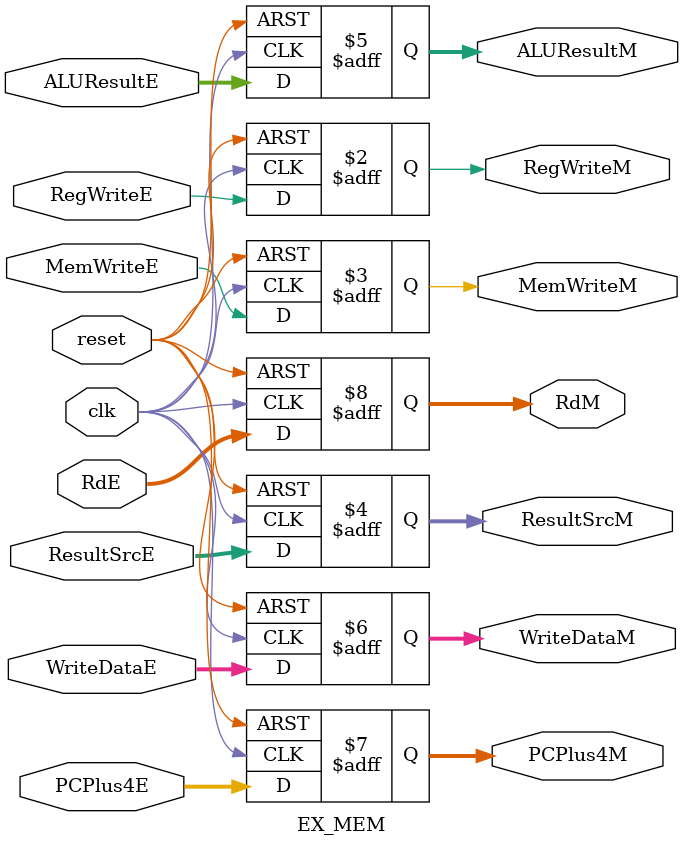
<source format=v>
module EX_MEM(
    input clk,
    input reset,
    
    input RegWriteE,
    input MemWriteE,
    input [1:0] ResultSrcE,
    
    input [31:0] ALUResultE,
    input [31:0] WriteDataE,
    input [31:0] PCPlus4E,
    input [4:0] RdE,
    
    output reg RegWriteM,
    output reg MemWriteM,
    output reg [1:0] ResultSrcM,
    
    output reg [31:0] ALUResultM,
    output reg [31:0] WriteDataM,
    output reg [31:0] PCPlus4M,
    output reg [4:0] RdM
);

always @(posedge clk or posedge reset) begin
    if (reset) begin
        RegWriteM   = 0;
        MemWriteM   = 0;
        ResultSrcM  = 2'b00;
        ALUResultM  = 32'b0;
        WriteDataM  = 32'b0;
        PCPlus4M    = 32'b0;
        RdM         = 5'b0;
    end else begin
        RegWriteM   = RegWriteE;
        MemWriteM   = MemWriteE;
        ResultSrcM  = ResultSrcE;
        ALUResultM  = ALUResultE;
        WriteDataM  = WriteDataE;
        PCPlus4M    = PCPlus4E;
        RdM         = RdE;
    end
end

endmodule
</source>
